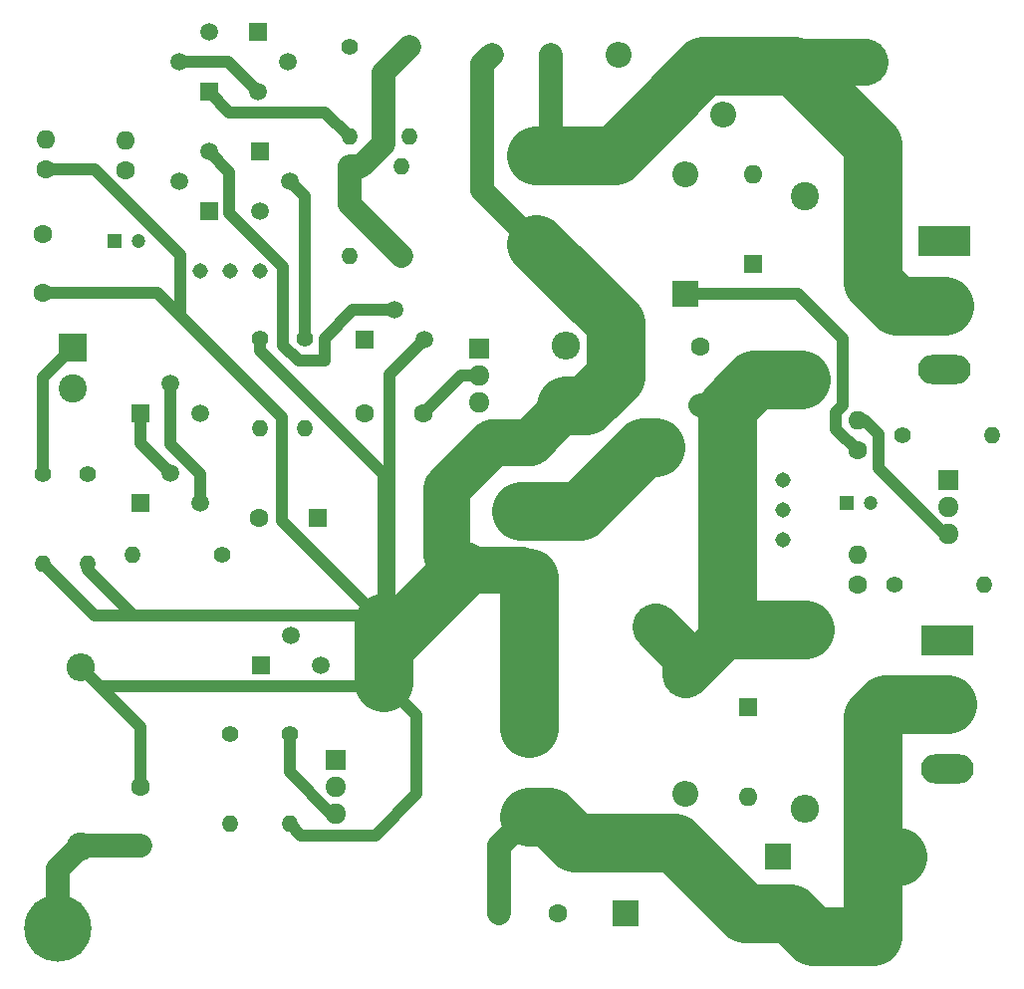
<source format=gbr>
%TF.GenerationSoftware,KiCad,Pcbnew,8.0.5*%
%TF.CreationDate,2024-11-21T18:49:45-05:00*%
%TF.ProjectId,classab-amp,636c6173-7361-4622-9d61-6d702e6b6963,rev?*%
%TF.SameCoordinates,Original*%
%TF.FileFunction,Copper,L2,Bot*%
%TF.FilePolarity,Positive*%
%FSLAX46Y46*%
G04 Gerber Fmt 4.6, Leading zero omitted, Abs format (unit mm)*
G04 Created by KiCad (PCBNEW 8.0.5) date 2024-11-21 18:49:45*
%MOMM*%
%LPD*%
G01*
G04 APERTURE LIST*
%TA.AperFunction,ComponentPad*%
%ADD10C,1.400000*%
%TD*%
%TA.AperFunction,ComponentPad*%
%ADD11O,1.400000X1.400000*%
%TD*%
%TA.AperFunction,ComponentPad*%
%ADD12C,2.400000*%
%TD*%
%TA.AperFunction,ComponentPad*%
%ADD13O,2.400000X2.400000*%
%TD*%
%TA.AperFunction,ComponentPad*%
%ADD14R,1.500000X1.500000*%
%TD*%
%TA.AperFunction,ComponentPad*%
%ADD15C,1.500000*%
%TD*%
%TA.AperFunction,ComponentPad*%
%ADD16R,2.400000X2.400000*%
%TD*%
%TA.AperFunction,ComponentPad*%
%ADD17R,2.200000X2.200000*%
%TD*%
%TA.AperFunction,ComponentPad*%
%ADD18O,2.200000X2.200000*%
%TD*%
%TA.AperFunction,ComponentPad*%
%ADD19C,1.600000*%
%TD*%
%TA.AperFunction,ComponentPad*%
%ADD20C,3.000000*%
%TD*%
%TA.AperFunction,ComponentPad*%
%ADD21R,1.800000X1.710000*%
%TD*%
%TA.AperFunction,ComponentPad*%
%ADD22O,1.800000X1.710000*%
%TD*%
%TA.AperFunction,ComponentPad*%
%ADD23R,1.200000X1.200000*%
%TD*%
%TA.AperFunction,ComponentPad*%
%ADD24C,1.200000*%
%TD*%
%TA.AperFunction,ComponentPad*%
%ADD25O,1.600000X1.600000*%
%TD*%
%TA.AperFunction,ComponentPad*%
%ADD26R,2.600000X2.600000*%
%TD*%
%TA.AperFunction,ComponentPad*%
%ADD27C,2.600000*%
%TD*%
%TA.AperFunction,ComponentPad*%
%ADD28C,5.700000*%
%TD*%
%TA.AperFunction,ComponentPad*%
%ADD29C,1.308000*%
%TD*%
%TA.AperFunction,ComponentPad*%
%ADD30R,4.500000X2.500000*%
%TD*%
%TA.AperFunction,ComponentPad*%
%ADD31O,4.500000X2.500000*%
%TD*%
%TA.AperFunction,ComponentPad*%
%ADD32R,1.600000X1.600000*%
%TD*%
%TA.AperFunction,ViaPad*%
%ADD33C,1.000000*%
%TD*%
%TA.AperFunction,Conductor*%
%ADD34C,5.000000*%
%TD*%
%TA.AperFunction,Conductor*%
%ADD35C,1.000000*%
%TD*%
%TA.AperFunction,Conductor*%
%ADD36C,4.000000*%
%TD*%
%TA.AperFunction,Conductor*%
%ADD37C,2.000000*%
%TD*%
%TA.AperFunction,Conductor*%
%ADD38C,0.500000*%
%TD*%
G04 APERTURE END LIST*
D10*
%TO.P,R22,1*%
%TO.N,GNDS*%
X195580000Y-70612000D03*
D11*
%TO.P,R22,2*%
%TO.N,PWRGND*%
X195580000Y-78232000D03*
%TD*%
D12*
%TO.P,R16,1*%
%TO.N,Net-(D8-A)*%
X260350000Y-46990000D03*
D13*
%TO.P,R16,2*%
%TO.N,Net-(D11-K)*%
X260350000Y-62230000D03*
%TD*%
D14*
%TO.P,Q16,1,E*%
%TO.N,Net-(Q16-E)*%
X222885000Y-59190000D03*
D15*
%TO.P,Q16,2,B*%
%TO.N,Net-(Q16-B)*%
X225425000Y-56650000D03*
%TO.P,Q16,3,C*%
%TO.N,PWRGND*%
X227965000Y-59190000D03*
%TD*%
D16*
%TO.P,C14,1*%
%TO.N,B+*%
X237490000Y-43512220D03*
D12*
%TO.P,C14,2*%
%TO.N,PWRGND*%
X237490000Y-51012220D03*
%TD*%
D14*
%TO.P,Q4,1,E*%
%TO.N,Net-(Q4-E)*%
X209685000Y-38100000D03*
D15*
%TO.P,Q4,2,B*%
%TO.N,/LTP COM*%
X207145000Y-35560000D03*
%TO.P,Q4,3,C*%
%TO.N,Net-(Q16-B)*%
X209685000Y-33020000D03*
%TD*%
D14*
%TO.P,Q1,1,E*%
%TO.N,Net-(Q1-E)*%
X213995000Y-43180000D03*
D15*
%TO.P,Q1,2,B*%
%TO.N,Net-(Q1-B)*%
X216535000Y-45720000D03*
%TO.P,Q1,3,C*%
%TO.N,/LTP COM*%
X213995000Y-48260000D03*
%TD*%
D10*
%TO.P,R5,1*%
%TO.N,Net-(Q11-B)*%
X210820000Y-77470000D03*
D11*
%TO.P,R5,2*%
%TO.N,B-*%
X203200000Y-77470000D03*
%TD*%
D17*
%TO.P,D6,1,K*%
%TO.N,Net-(D6-K)*%
X250190000Y-55245000D03*
D18*
%TO.P,D6,2,A*%
%TO.N,Net-(D5-A)*%
X250190000Y-45085000D03*
%TD*%
D19*
%TO.P,C2,1*%
%TO.N,Net-(Q2-B)*%
X195580000Y-50205000D03*
%TO.P,C2,2*%
%TO.N,PWRGND*%
X195580000Y-55205000D03*
%TD*%
D10*
%TO.P,R9,1*%
%TO.N,Net-(Q1-B)*%
X217805000Y-59055000D03*
D11*
%TO.P,R9,2*%
%TO.N,Net-(D11-K)*%
X217805000Y-66675000D03*
%TD*%
D10*
%TO.P,R3,1*%
%TO.N,B+*%
X221615000Y-34290000D03*
D11*
%TO.P,R3,2*%
%TO.N,Net-(Q4-E)*%
X221615000Y-41910000D03*
%TD*%
D17*
%TO.P,D11,1,K*%
%TO.N,Net-(D11-K)*%
X250190000Y-87630000D03*
D18*
%TO.P,D11,2,A*%
%TO.N,Net-(D11-A)*%
X250190000Y-97790000D03*
%TD*%
D20*
%TO.P,J2,1,1*%
%TO.N,B-*%
X260985000Y-109855000D03*
%TO.P,J2,2,2*%
X266065000Y-109855000D03*
%TD*%
D21*
%TO.P,Q7,1,E*%
%TO.N,Net-(D4-K)*%
X272548000Y-71120000D03*
D22*
%TO.P,Q7,2,C*%
%TO.N,Net-(D6-K)*%
X272548000Y-73400000D03*
%TO.P,Q7,3,B*%
%TO.N,Net-(Q7-B)*%
X272548000Y-75680000D03*
%TD*%
D17*
%TO.P,D10,1,K*%
%TO.N,PWRGND*%
X245110000Y-107950000D03*
D18*
%TO.P,D10,2,A*%
%TO.N,B-*%
X255270000Y-107950000D03*
%TD*%
D10*
%TO.P,R14,1*%
%TO.N,Net-(Q12-B)*%
X211455000Y-92710000D03*
D11*
%TO.P,R14,2*%
%TO.N,B-*%
X211455000Y-100330000D03*
%TD*%
D20*
%TO.P,J5,1,1*%
%TO.N,PWRGND*%
X224536000Y-88265000D03*
%TO.P,J5,2,2*%
X224536000Y-83185000D03*
%TD*%
D17*
%TO.P,D7,1,K*%
%TO.N,B+*%
X254635000Y-34925000D03*
D18*
%TO.P,D7,2,A*%
%TO.N,PWRGND*%
X244475000Y-34925000D03*
%TD*%
D23*
%TO.P,C6,1*%
%TO.N,Net-(D6-K)*%
X263930000Y-73025000D03*
D24*
%TO.P,C6,2*%
%TO.N,Net-(D4-K)*%
X265930000Y-73025000D03*
%TD*%
D12*
%TO.P,R17,1*%
%TO.N,Net-(D11-K)*%
X260350000Y-83820000D03*
D13*
%TO.P,R17,2*%
%TO.N,Net-(D9-K)*%
X260350000Y-99060000D03*
%TD*%
D19*
%TO.P,R11,1*%
%TO.N,Net-(D6-K)*%
X264795000Y-68580000D03*
D25*
%TO.P,R11,2*%
%TO.N,Net-(Q7-B)*%
X264795000Y-66040000D03*
%TD*%
D10*
%TO.P,R13,1*%
%TO.N,Net-(Q12-C)*%
X216535000Y-92710000D03*
D11*
%TO.P,R13,2*%
%TO.N,PWRGND*%
X216535000Y-100330000D03*
%TD*%
D14*
%TO.P,Q15,1,E*%
%TO.N,Net-(Q11-B)*%
X203835000Y-65405000D03*
D15*
%TO.P,Q15,2,B*%
%TO.N,Net-(Q11-C)*%
X206375000Y-62865000D03*
%TO.P,Q15,3,C*%
%TO.N,Net-(Q15-C)*%
X208915000Y-65405000D03*
%TD*%
D19*
%TO.P,R1,1*%
%TO.N,Net-(C1-Pad2)*%
X202565000Y-44733000D03*
D25*
%TO.P,R1,2*%
%TO.N,Net-(Q2-B)*%
X202565000Y-42193000D03*
%TD*%
D10*
%TO.P,R18,1*%
%TO.N,Net-(D4-K)*%
X267970000Y-80010000D03*
D11*
%TO.P,R18,2*%
%TO.N,Net-(Q10-G)*%
X275590000Y-80010000D03*
%TD*%
D21*
%TO.P,Q8,1,E*%
%TO.N,Net-(Q12-B)*%
X220472000Y-94880000D03*
D22*
%TO.P,Q8,2,C*%
%TO.N,Net-(D4-K)*%
X220472000Y-97160000D03*
%TO.P,Q8,3,B*%
%TO.N,Net-(Q12-C)*%
X220472000Y-99440000D03*
%TD*%
D10*
%TO.P,R7,1*%
%TO.N,PWRGND*%
X213995000Y-59055000D03*
D11*
%TO.P,R7,2*%
%TO.N,Net-(C4-Pad2)*%
X213995000Y-66675000D03*
%TD*%
D26*
%TO.P,J1,1,Pin_1*%
%TO.N,/SPEAKER*%
X236220000Y-73740000D03*
D27*
%TO.P,J1,2,Pin_2*%
%TO.N,PWRGND*%
X236220000Y-78740000D03*
%TD*%
D28*
%TO.P,,1*%
%TO.N,CHASSIS*%
X196850000Y-109220000D03*
%TD*%
D10*
%TO.P,R6,1*%
%TO.N,Net-(Q11-C)*%
X199390000Y-70612000D03*
D11*
%TO.P,R6,2*%
%TO.N,PWRGND*%
X199390000Y-78232000D03*
%TD*%
D29*
%TO.P,RV1,1,1*%
%TO.N,Net-(Q7-B)*%
X258445000Y-71120000D03*
%TO.P,RV1,2,2*%
X258445000Y-73660000D03*
%TO.P,RV1,3,3*%
%TO.N,Net-(R12-Pad1)*%
X258445000Y-76200000D03*
%TD*%
D30*
%TO.P,Q9,1,G*%
%TO.N,Net-(Q9-G)*%
X272161000Y-50800000D03*
D31*
%TO.P,Q9,2,D*%
%TO.N,B+*%
X272161000Y-56250000D03*
%TO.P,Q9,3,S*%
%TO.N,Net-(D8-A)*%
X272161000Y-61700000D03*
%TD*%
D17*
%TO.P,D8,1,K*%
%TO.N,B+*%
X263525000Y-40005000D03*
D18*
%TO.P,D8,2,A*%
%TO.N,Net-(D8-A)*%
X253365000Y-40005000D03*
%TD*%
D10*
%TO.P,R4,1*%
%TO.N,B+*%
X226695000Y-34290000D03*
D11*
%TO.P,R4,2*%
%TO.N,Net-(Q3-E)*%
X226695000Y-41910000D03*
%TD*%
D10*
%TO.P,R8,1*%
%TO.N,Net-(D6-K)*%
X268605000Y-67310000D03*
D11*
%TO.P,R8,2*%
%TO.N,Net-(Q9-G)*%
X276225000Y-67310000D03*
%TD*%
D20*
%TO.P,J4,1,1*%
%TO.N,B+*%
X260350000Y-35560000D03*
%TO.P,J4,2,2*%
X265430000Y-35560000D03*
%TD*%
D32*
%TO.P,D5,1,K*%
%TO.N,Net-(D11-K)*%
X255905000Y-52705000D03*
D25*
%TO.P,D5,2,A*%
%TO.N,Net-(D5-A)*%
X255905000Y-45085000D03*
%TD*%
D10*
%TO.P,R19,1*%
%TO.N,B+*%
X221615000Y-44450000D03*
D11*
%TO.P,R19,2*%
%TO.N,Net-(Q16-E)*%
X221615000Y-52070000D03*
%TD*%
D29*
%TO.P,RV2,1,1*%
%TO.N,Net-(Q1-E)*%
X213995000Y-53340000D03*
%TO.P,RV2,2,2*%
%TO.N,Net-(Q15-C)*%
X211455000Y-53340000D03*
%TO.P,RV2,3,3*%
%TO.N,Net-(Q2-E)*%
X208915000Y-53340000D03*
%TD*%
D16*
%TO.P,J3,1,Pin_1*%
%TO.N,GNDS*%
X198120000Y-59825000D03*
D12*
%TO.P,J3,2,Pin_2*%
%TO.N,Net-(J3-Pin_2)*%
X198120000Y-63325000D03*
%TD*%
D19*
%TO.P,C7,1*%
%TO.N,PWRGND*%
X203835000Y-97195000D03*
%TO.P,C7,2*%
%TO.N,CHASSIS*%
X203835000Y-102195000D03*
%TD*%
D14*
%TO.P,Q12,1,E*%
%TO.N,B-*%
X214122000Y-86876000D03*
D15*
%TO.P,Q12,2,B*%
%TO.N,Net-(Q12-B)*%
X216662000Y-84336000D03*
%TO.P,Q12,3,C*%
%TO.N,Net-(Q12-C)*%
X219202000Y-86876000D03*
%TD*%
D32*
%TO.P,C4,1*%
%TO.N,Net-(Q1-B)*%
X218937651Y-74295000D03*
D19*
%TO.P,C4,2*%
%TO.N,Net-(C4-Pad2)*%
X213937651Y-74295000D03*
%TD*%
%TO.P,R12,1*%
%TO.N,Net-(R12-Pad1)*%
X264795000Y-80010000D03*
D25*
%TO.P,R12,2*%
%TO.N,Net-(D4-K)*%
X264795000Y-77470000D03*
%TD*%
D14*
%TO.P,Q2,1,E*%
%TO.N,Net-(Q2-E)*%
X209685000Y-48260000D03*
D15*
%TO.P,Q2,2,B*%
%TO.N,Net-(Q2-B)*%
X207145000Y-45720000D03*
%TO.P,Q2,3,C*%
%TO.N,Net-(Q16-B)*%
X209685000Y-43180000D03*
%TD*%
D10*
%TO.P,R10,1*%
%TO.N,B+*%
X226060000Y-52070000D03*
D11*
%TO.P,R10,2*%
%TO.N,Net-(Q6-E)*%
X226060000Y-44450000D03*
%TD*%
D32*
%TO.P,D4,1,K*%
%TO.N,Net-(D4-K)*%
X255524000Y-90424000D03*
D25*
%TO.P,D4,2,A*%
%TO.N,Net-(D11-A)*%
X255524000Y-98044000D03*
%TD*%
D21*
%TO.P,Q6,1,E*%
%TO.N,Net-(Q6-E)*%
X232670000Y-59955000D03*
D22*
%TO.P,Q6,2,C*%
%TO.N,Net-(D6-K)*%
X232670000Y-62235000D03*
%TO.P,Q6,3,B*%
%TO.N,Net-(Q16-E)*%
X232670000Y-64515000D03*
%TD*%
D12*
%TO.P,R21,1*%
%TO.N,Net-(D11-K)*%
X247650000Y-83566000D03*
D13*
%TO.P,R21,2*%
%TO.N,/SPEAKER*%
X247650000Y-68326000D03*
%TD*%
D14*
%TO.P,Q3,1,E*%
%TO.N,Net-(Q3-E)*%
X213860000Y-33020000D03*
D15*
%TO.P,Q3,2,B*%
%TO.N,/LTP COM*%
X216400000Y-35560000D03*
%TO.P,Q3,3,C*%
X213860000Y-38100000D03*
%TD*%
D19*
%TO.P,C15,1*%
%TO.N,B-*%
X234355000Y-107950000D03*
%TO.P,C15,2*%
%TO.N,PWRGND*%
X239355000Y-107950000D03*
%TD*%
D17*
%TO.P,D9,1,K*%
%TO.N,Net-(D9-K)*%
X258064000Y-103124000D03*
D18*
%TO.P,D9,2,A*%
%TO.N,B-*%
X268224000Y-103124000D03*
%TD*%
D19*
%TO.P,C3,1*%
%TO.N,Net-(D11-K)*%
X251460000Y-64730000D03*
%TO.P,C3,2*%
%TO.N,Net-(C3-Pad2)*%
X251460000Y-59730000D03*
%TD*%
D16*
%TO.P,C13,1*%
%TO.N,PWRGND*%
X236855000Y-92195000D03*
D12*
%TO.P,C13,2*%
%TO.N,B-*%
X236855000Y-99695000D03*
%TD*%
D19*
%TO.P,R2,1*%
%TO.N,PWRGND*%
X195834000Y-44704000D03*
D25*
%TO.P,R2,2*%
%TO.N,Net-(Q2-B)*%
X195834000Y-42164000D03*
%TD*%
D19*
%TO.P,C5,1*%
%TO.N,Net-(Q16-B)*%
X222925000Y-65405000D03*
%TO.P,C5,2*%
%TO.N,Net-(D6-K)*%
X227925000Y-65405000D03*
%TD*%
D30*
%TO.P,Q10,1,G*%
%TO.N,Net-(Q10-G)*%
X272415000Y-84720000D03*
D31*
%TO.P,Q10,2,D*%
%TO.N,B-*%
X272415000Y-90170000D03*
%TO.P,Q10,3,S*%
%TO.N,Net-(D9-K)*%
X272415000Y-95620000D03*
%TD*%
D14*
%TO.P,Q11,1,E*%
%TO.N,B-*%
X203835000Y-73025000D03*
D15*
%TO.P,Q11,2,B*%
%TO.N,Net-(Q11-B)*%
X206375000Y-70485000D03*
%TO.P,Q11,3,C*%
%TO.N,Net-(Q11-C)*%
X208915000Y-73025000D03*
%TD*%
D12*
%TO.P,R20,1*%
%TO.N,PWRGND*%
X240030000Y-64770000D03*
D13*
%TO.P,R20,2*%
%TO.N,Net-(C3-Pad2)*%
X240030000Y-59690000D03*
%TD*%
D23*
%TO.P,C1,1*%
%TO.N,Net-(J3-Pin_2)*%
X201700000Y-50800000D03*
D24*
%TO.P,C1,2*%
%TO.N,Net-(C1-Pad2)*%
X203700000Y-50800000D03*
%TD*%
D12*
%TO.P,R15,1*%
%TO.N,CHASSIS*%
X198755000Y-102235000D03*
D13*
%TO.P,R15,2*%
%TO.N,PWRGND*%
X198755000Y-86995000D03*
%TD*%
D19*
%TO.P,C16,1*%
%TO.N,PWRGND*%
X233720000Y-34925000D03*
%TO.P,C16,2*%
%TO.N,B+*%
X238720000Y-34925000D03*
%TD*%
D33*
%TO.N,Net-(Q16-B)*%
X219505000Y-60960000D03*
%TD*%
D34*
%TO.N,B-*%
X267165000Y-90170000D02*
X272415000Y-90170000D01*
X266065000Y-91270000D02*
X267165000Y-90170000D01*
X266065000Y-103124000D02*
X266065000Y-91270000D01*
D35*
%TO.N,PWRGND*%
X223825366Y-101295000D02*
X217500000Y-101295000D01*
X217500000Y-101295000D02*
X216535000Y-100330000D01*
X227330000Y-91059000D02*
X227330000Y-97790366D01*
X224536000Y-88265000D02*
X227330000Y-91059000D01*
X227330000Y-97790366D02*
X223825366Y-101295000D01*
X199934000Y-82586000D02*
X204978000Y-82586000D01*
X195580000Y-78232000D02*
X199934000Y-82586000D01*
X204978000Y-82586000D02*
X223937000Y-82586000D01*
X203236000Y-82586000D02*
X204978000Y-82586000D01*
X223937000Y-82586000D02*
X224536000Y-83185000D01*
X199390000Y-78740000D02*
X203236000Y-82586000D01*
X199390000Y-78232000D02*
X199390000Y-78740000D01*
X224536000Y-70585949D02*
X224536000Y-83185000D01*
X213995000Y-60044949D02*
X224536000Y-70585949D01*
X213995000Y-59055000D02*
X213995000Y-60044949D01*
X207261000Y-57126836D02*
X212608082Y-62473918D01*
X207261000Y-51993110D02*
X207261000Y-57126836D01*
X199971890Y-44704000D02*
X207261000Y-51993110D01*
X195834000Y-44704000D02*
X199971890Y-44704000D01*
X212608082Y-62473918D02*
X215900000Y-65765836D01*
X205339164Y-55205000D02*
X212608082Y-62473918D01*
X225009585Y-82711415D02*
X224536000Y-83185000D01*
X225009585Y-62145415D02*
X225009585Y-82711415D01*
X227965000Y-59190000D02*
X225009585Y-62145415D01*
X215900000Y-74549000D02*
X224536000Y-83185000D01*
X215900000Y-65765836D02*
X215900000Y-74549000D01*
X195580000Y-55205000D02*
X205339164Y-55205000D01*
X203835000Y-92075000D02*
X198755000Y-86995000D01*
X203835000Y-97195000D02*
X203835000Y-92075000D01*
X200386000Y-88626000D02*
X224175000Y-88626000D01*
X224175000Y-88626000D02*
X224536000Y-88265000D01*
X198755000Y-86995000D02*
X200386000Y-88626000D01*
D34*
%TO.N,Net-(D11-K)*%
X254000000Y-83820000D02*
X253746000Y-83566000D01*
D36*
X250190000Y-86106000D02*
X247650000Y-83566000D01*
X250190000Y-87630000D02*
X254000000Y-83820000D01*
D34*
X254000000Y-83820000D02*
X260350000Y-83820000D01*
D37*
X253604591Y-64730000D02*
X253746000Y-64871409D01*
X251460000Y-64730000D02*
X253604591Y-64730000D01*
D34*
X253746000Y-64871409D02*
X256047118Y-62570291D01*
D36*
X250190000Y-87630000D02*
X250190000Y-86106000D01*
D34*
X256047118Y-62570291D02*
X260009709Y-62570291D01*
X253746000Y-83566000D02*
X253746000Y-64871409D01*
D35*
%TO.N,Net-(Q16-B)*%
X215995000Y-59649164D02*
X217305836Y-60960000D01*
X211435000Y-48440890D02*
X215995000Y-53000890D01*
X219505000Y-59055000D02*
X219505000Y-60960000D01*
X217305836Y-60960000D02*
X219505000Y-60960000D01*
X211435000Y-44930000D02*
X211435000Y-48440890D01*
X215995000Y-53000890D02*
X215995000Y-59649164D01*
X225425000Y-56650000D02*
X221910000Y-56650000D01*
X209685000Y-43180000D02*
X211435000Y-44930000D01*
X221910000Y-56650000D02*
X219505000Y-59055000D01*
%TO.N,Net-(Q1-B)*%
X217805000Y-46990000D02*
X217805000Y-59055000D01*
X216535000Y-45720000D02*
X217805000Y-46990000D01*
%TO.N,Net-(Q4-E)*%
X209685000Y-38100000D02*
X211435000Y-39850000D01*
X219555000Y-39850000D02*
X221615000Y-41910000D01*
X211435000Y-39850000D02*
X219555000Y-39850000D01*
%TO.N,Net-(Q7-B)*%
X266595000Y-70115366D02*
X266595000Y-67205000D01*
X272159634Y-75680000D02*
X266595000Y-70115366D01*
X265430000Y-66040000D02*
X264795000Y-66040000D01*
X272548000Y-75680000D02*
X272159634Y-75680000D01*
X266595000Y-67205000D02*
X265430000Y-66040000D01*
D37*
%TO.N,B+*%
X221615000Y-44450000D02*
X221615000Y-47625000D01*
X238720000Y-34925000D02*
X238720000Y-42282220D01*
X224495000Y-42559949D02*
X224495000Y-36490000D01*
D34*
X272161000Y-56250000D02*
X268111000Y-56250000D01*
D37*
X221615000Y-44450000D02*
X222604949Y-44450000D01*
D36*
X265430000Y-35560000D02*
X260350000Y-35560000D01*
D34*
X268111000Y-56250000D02*
X266065000Y-54204000D01*
D37*
X224495000Y-36490000D02*
X226695000Y-34290000D01*
D34*
X251666724Y-35905000D02*
X259425000Y-35905000D01*
X237490000Y-43512220D02*
X244142780Y-43512220D01*
X249265000Y-38390000D02*
X249265000Y-38306724D01*
X259425000Y-35905000D02*
X263525000Y-40005000D01*
D37*
X238720000Y-42282220D02*
X237490000Y-43512220D01*
D34*
X249265000Y-38306724D02*
X251666724Y-35905000D01*
X266065000Y-54204000D02*
X266065000Y-42545000D01*
D37*
X222604949Y-44450000D02*
X224495000Y-42559949D01*
D34*
X266065000Y-42545000D02*
X263525000Y-40005000D01*
X244142780Y-43512220D02*
X249265000Y-38390000D01*
D37*
X221615000Y-47625000D02*
X226060000Y-52070000D01*
D34*
%TO.N,B-*%
X266065000Y-109855000D02*
X266065000Y-103124000D01*
X259080000Y-107950000D02*
X260985000Y-109855000D01*
X266065000Y-109855000D02*
X260985000Y-109855000D01*
D37*
X234355000Y-102195000D02*
X236855000Y-99695000D01*
X234315000Y-102235000D02*
X236855000Y-99695000D01*
D34*
X236855000Y-99695000D02*
X238552056Y-99695000D01*
X268224000Y-103124000D02*
X266065000Y-103124000D01*
X238552056Y-99695000D02*
X240747056Y-101890000D01*
X255270000Y-107950000D02*
X259080000Y-107950000D01*
D37*
X234355000Y-107950000D02*
X234355000Y-102195000D01*
D34*
X240747056Y-101890000D02*
X249210000Y-101890000D01*
X249210000Y-101890000D02*
X255270000Y-107950000D01*
D35*
%TO.N,Net-(Q12-C)*%
X216535000Y-95910000D02*
X220065000Y-99440000D01*
X216535000Y-92710000D02*
X216535000Y-95910000D01*
%TO.N,Net-(D6-K)*%
X250607283Y-55245000D02*
X259715000Y-55245000D01*
X262995000Y-66785585D02*
X264789415Y-68580000D01*
X231095000Y-62235000D02*
X232670000Y-62235000D01*
X264789415Y-68580000D02*
X264795000Y-68580000D01*
X263525000Y-59055000D02*
X263525000Y-64764415D01*
X227925000Y-65405000D02*
X231095000Y-62235000D01*
X263525000Y-64764415D02*
X262995000Y-65294415D01*
X262995000Y-65294415D02*
X262995000Y-66785585D01*
X259715000Y-55245000D02*
X263525000Y-59055000D01*
D38*
X250190000Y-55245000D02*
X250607283Y-55245000D01*
D35*
%TO.N,Net-(Q11-C)*%
X206375000Y-62865000D02*
X206375000Y-68010126D01*
X208915000Y-70550126D02*
X208915000Y-73025000D01*
X206375000Y-68010126D02*
X208915000Y-70550126D01*
D34*
%TO.N,/SPEAKER*%
X246634000Y-68326000D02*
X241220000Y-73740000D01*
X241220000Y-73740000D02*
X236220000Y-73740000D01*
X247650000Y-68326000D02*
X246634000Y-68326000D01*
D37*
%TO.N,CHASSIS*%
X196850000Y-104140000D02*
X198755000Y-102235000D01*
X203835000Y-102195000D02*
X198795000Y-102195000D01*
X196850000Y-108585000D02*
X196850000Y-104140000D01*
D35*
X198795000Y-102195000D02*
X198755000Y-102235000D01*
%TO.N,/LTP COM*%
X211320000Y-35560000D02*
X213860000Y-38100000D01*
X207145000Y-35560000D02*
X211320000Y-35560000D01*
%TO.N,Net-(Q11-B)*%
X203835000Y-65405000D02*
X203835000Y-67945000D01*
X203835000Y-67945000D02*
X206375000Y-70485000D01*
D34*
%TO.N,PWRGND*%
X224536000Y-85344000D02*
X231140000Y-78740000D01*
D36*
X231140000Y-78740000D02*
X236220000Y-78740000D01*
D34*
X241727056Y-64785000D02*
X240030000Y-64785000D01*
D36*
X236930000Y-67870000D02*
X233755000Y-67870000D01*
X233755000Y-67870000D02*
X229870000Y-71755000D01*
D34*
X244230000Y-57752220D02*
X244230000Y-62282056D01*
X237490000Y-51012220D02*
X244230000Y-57752220D01*
D37*
X232920001Y-35724999D02*
X232920001Y-46442221D01*
D34*
X236855000Y-92195000D02*
X236855000Y-79375000D01*
D37*
X233720000Y-34925000D02*
X232920001Y-35724999D01*
D34*
X224536000Y-88265000D02*
X224536000Y-83185000D01*
X244230000Y-62282056D02*
X241727056Y-64785000D01*
D36*
X240030000Y-64770000D02*
X236930000Y-67870000D01*
D34*
X224536000Y-88265000D02*
X224536000Y-85344000D01*
D36*
X229870000Y-77470000D02*
X231140000Y-78740000D01*
X229870000Y-71755000D02*
X229870000Y-77470000D01*
D37*
X232920001Y-46442221D02*
X237490000Y-51012220D01*
D35*
%TO.N,GNDS*%
X195580000Y-62365000D02*
X198120000Y-59825000D01*
X195580000Y-70612000D02*
X195580000Y-62365000D01*
%TD*%
M02*

</source>
